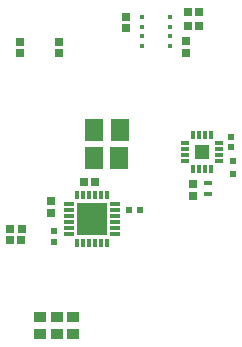
<source format=gbr>
%TF.GenerationSoftware,Altium Limited,Altium Designer,23.1.1 (15)*%
G04 Layer_Color=128*
%FSLAX45Y45*%
%MOMM*%
%TF.SameCoordinates,F9E8136A-E86D-4813-A5E9-63B8E08E304F*%
%TF.FilePolarity,Positive*%
%TF.FileFunction,Paste,Bot*%
%TF.Part,Single*%
G01*
G75*
%TA.AperFunction,SMDPad,CuDef*%
%ADD13R,1.07000X0.83000*%
%ADD31R,0.72000X0.76000*%
%ADD38R,0.67500X0.45000*%
%ADD43R,0.76000X0.72000*%
%ADD57R,0.70000X0.75000*%
%ADD58R,0.75000X0.70000*%
%ADD59R,0.55000X0.60000*%
%TA.AperFunction,BGAPad,CuDef*%
%ADD60R,0.40000X0.40000*%
%TA.AperFunction,SMDPad,CuDef*%
%ADD61R,1.23000X1.23000*%
%ADD62R,0.30000X0.80000*%
%ADD63R,0.80000X0.30000*%
%ADD64R,0.50000X0.50000*%
%ADD65R,1.52400X1.82400*%
%ADD66R,0.60000X0.60000*%
%ADD67R,0.35000X0.80000*%
%ADD68R,0.85000X0.35000*%
%ADD69R,2.60000X2.70000*%
%ADD70R,0.50000X0.50000*%
D13*
X10020000Y4428000D02*
D03*
Y4572000D02*
D03*
X10302500D02*
D03*
Y4428000D02*
D03*
X10162500Y4574500D02*
D03*
Y4430500D02*
D03*
D31*
X10747500Y7114000D02*
D03*
Y7016000D02*
D03*
X11252500Y6904000D02*
D03*
Y6806000D02*
D03*
X11315000Y5694000D02*
D03*
Y5596000D02*
D03*
X10110000Y5549000D02*
D03*
Y5451000D02*
D03*
D38*
X11440000Y5706250D02*
D03*
Y5613750D02*
D03*
D43*
X10391000Y5712500D02*
D03*
X10489000D02*
D03*
D57*
X9850000Y6897500D02*
D03*
Y6802500D02*
D03*
X10182500Y6897500D02*
D03*
Y6802500D02*
D03*
D58*
X11272500Y7155000D02*
D03*
X11367500D02*
D03*
X11275000Y7032500D02*
D03*
X11370000D02*
D03*
X9770000Y5317500D02*
D03*
X9767500Y5225000D02*
D03*
X9865000Y5317500D02*
D03*
X9862500Y5225000D02*
D03*
D59*
X11640000Y6097500D02*
D03*
Y6012500D02*
D03*
D60*
X11120000Y6867500D02*
D03*
Y6947500D02*
D03*
Y7027500D02*
D03*
Y7107500D02*
D03*
X10880000D02*
D03*
Y7027500D02*
D03*
Y6947500D02*
D03*
Y6867500D02*
D03*
D61*
X11390000Y5967500D02*
D03*
D62*
X11465000Y6110000D02*
D03*
X11415000D02*
D03*
X11365000D02*
D03*
X11315000D02*
D03*
Y5825000D02*
D03*
X11365000D02*
D03*
X11415000D02*
D03*
X11465000D02*
D03*
D63*
X11247500Y6042500D02*
D03*
Y5992500D02*
D03*
Y5942500D02*
D03*
Y5892500D02*
D03*
X11532500D02*
D03*
Y5942500D02*
D03*
Y5992500D02*
D03*
Y6042500D02*
D03*
D64*
X10770000Y5480000D02*
D03*
X10870000D02*
D03*
D65*
X10692500Y5915000D02*
D03*
X10478750Y5918750D02*
D03*
X10695834Y6152500D02*
D03*
X10477500Y6152500D02*
D03*
D66*
X11652500Y5887500D02*
D03*
Y5782500D02*
D03*
D67*
X10585000Y5200000D02*
D03*
X10535000D02*
D03*
X10485000D02*
D03*
X10435000D02*
D03*
X10385000D02*
D03*
X10335000D02*
D03*
X10585000Y5600000D02*
D03*
X10535000D02*
D03*
X10485000D02*
D03*
X10435000D02*
D03*
X10385000D02*
D03*
X10335000D02*
D03*
D68*
X10262500Y5275000D02*
D03*
Y5325000D02*
D03*
Y5375000D02*
D03*
Y5425000D02*
D03*
Y5475000D02*
D03*
Y5525000D02*
D03*
X10657500Y5275000D02*
D03*
Y5325000D02*
D03*
Y5375000D02*
D03*
Y5425000D02*
D03*
Y5475000D02*
D03*
Y5525000D02*
D03*
D69*
X10460000Y5400000D02*
D03*
D70*
X10135000Y5202500D02*
D03*
Y5302500D02*
D03*
%TF.MD5,c27b140e65447a36c1d50dd47fac5a78*%
M02*

</source>
